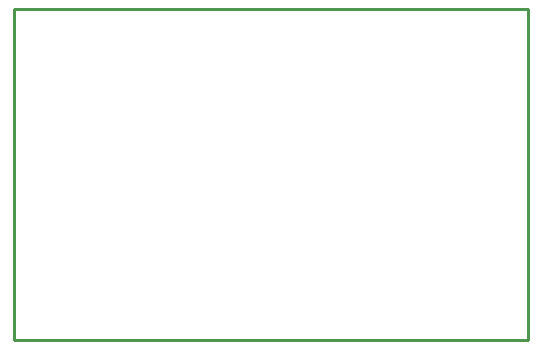
<source format=gko>
%FSTAX24Y24*%
%MOIN*%
G70*
G01*
G75*
G04 Layer_Color=16711935*
%ADD10R,0.0394X0.0787*%
%ADD11O,0.0394X0.0787*%
%ADD12R,0.0591X0.0551*%
%ADD13R,0.0315X0.0374*%
%ADD14R,0.0374X0.0315*%
%ADD15R,0.0472X0.0256*%
%ADD16R,0.0354X0.0591*%
%ADD17C,0.0100*%
%ADD18C,0.0300*%
%ADD19C,0.0600*%
%ADD20C,0.0900*%
%ADD21C,0.0200*%
%ADD22C,0.0400*%
%ADD23R,0.1250X0.1100*%
%ADD24C,0.0984*%
%ADD25C,0.0591*%
%ADD26C,0.0709*%
%ADD27R,0.0591X0.0591*%
%ADD28C,0.1969*%
%ADD29C,0.0320*%
%ADD30C,0.0500*%
%ADD31C,0.0800*%
%ADD32C,0.0079*%
%ADD33C,0.0020*%
%ADD34C,0.0080*%
%ADD35C,0.0070*%
%ADD36R,0.0474X0.0867*%
%ADD37O,0.0474X0.0867*%
%ADD38R,0.0671X0.0631*%
%ADD39R,0.0395X0.0454*%
%ADD40R,0.0454X0.0395*%
%ADD41R,0.0552X0.0336*%
%ADD42R,0.0434X0.0671*%
%ADD43C,0.1064*%
%ADD44C,0.0671*%
%ADD45C,0.0789*%
%ADD46R,0.0671X0.0671*%
%ADD47C,0.2049*%
%ADD48C,0.0400*%
%ADD49C,0.0580*%
%ADD50C,0.0050*%
%ADD51C,0.0090*%
D17*
X02085Y02345D02*
Y034474D01*
Y02345D02*
X037976D01*
Y034474D01*
X02085D02*
X037976D01*
M02*

</source>
